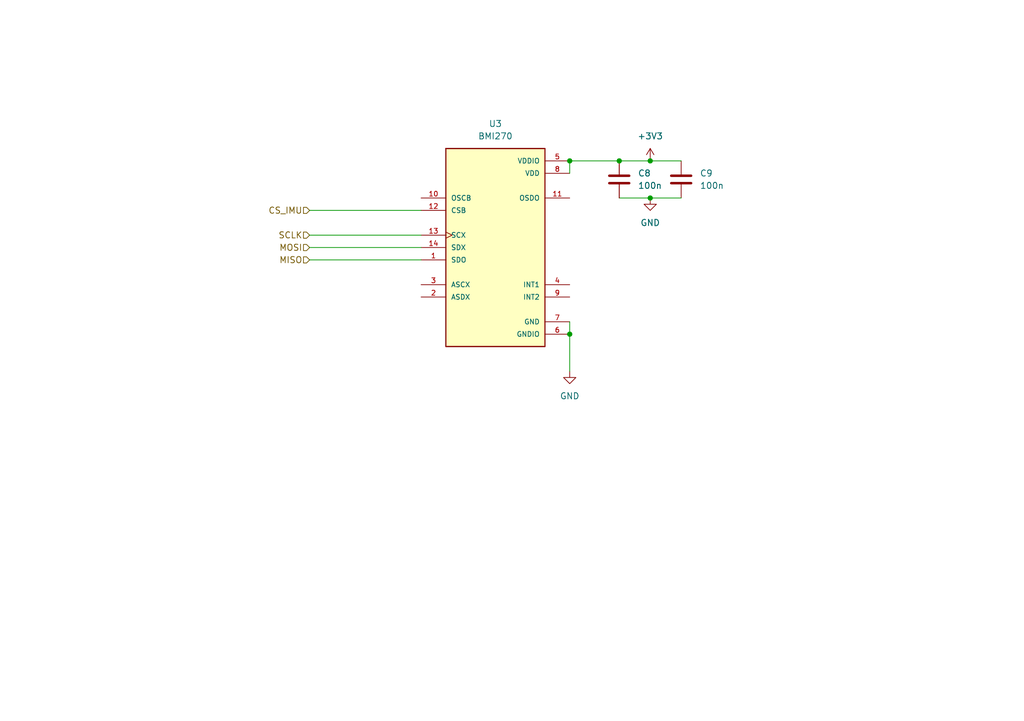
<source format=kicad_sch>
(kicad_sch (version 20211123) (generator eeschema)
  (paper "A5")
  (title_block (title "PAL 9000") (date "3/5/2022") (rev "2") (company "Purdue Space Program High Altitude"))
  (lib_symbols
    (symbol "BMI270:BMI270" (pin_names (offset 1.016))
      (property "Reference" "U" (at -10.16 21.082 0))
      (property "Value" "BMI270" (at -10.16 -22.86 0))
      (symbol "BMI270_0_0"
        (rectangle (start -10.16 -20.32) (end 10.16 20.32) (stroke (width 0.254)) (fill (type background)))
        (pin bidirectional line (at -15.24 -2.54 0) (length 5.08) (name "SDO") (number "1"))
        (pin input line (at -15.24 10.16 0) (length 5.08) (name "OSCB") (number "10"))
        (pin output line (at 15.24 10.16 180) (length 5.08) (name "OSDO") (number "11"))
        (pin input line (at -15.24 7.62 0) (length 5.08) (name "CSB") (number "12"))
        (pin input clock (at -15.24 2.54 0) (length 5.08) (name "SCX") (number "13"))
        (pin bidirectional line (at -15.24 0 0) (length 5.08) (name "SDX") (number "14"))
        (pin bidirectional line (at -15.24 -10.16 0) (length 5.08) (name "ASDX") (number "2"))
        (pin bidirectional line (at -15.24 -7.62 0) (length 5.08) (name "ASCX") (number "3"))
        (pin bidirectional line (at 15.24 -7.62 180) (length 5.08) (name "INT1") (number "4"))
        (pin power_in line (at 15.24 17.78 180) (length 5.08) (name "VDDIO") (number "5"))
        (pin power_in line (at 15.24 -17.78 180) (length 5.08) (name "GNDIO") (number "6"))
        (pin power_in line (at 15.24 -15.24 180) (length 5.08) (name "GND") (number "7"))
        (pin power_in line (at 15.24 15.24 180) (length 5.08) (name "VDD") (number "8"))
        (pin bidirectional line (at 15.24 -10.16 180) (length 5.08) (name "INT2") (number "9"))
      )
    )
    (symbol "Device:C" (pin_numbers hide) (pin_names (offset 0.254))
      (property "Reference" "C" (at 0.635 2.54 0))
      (property "Value" "C" (at 0.635 -2.54 0))
      (symbol "C_0_1"
        (polyline (pts (xy -2.032 -0.762) (xy 2.032 -0.762)) (stroke (width 0.508)))
        (polyline (pts (xy -2.032 0.762) (xy 2.032 0.762)) (stroke (width 0.508)))
      )
      (symbol "C_1_1"
        (pin passive line (at 0 3.81 270) (length 2.794) (name "~") (number "1"))
        (pin passive line (at 0 -3.81 90) (length 2.794) (name "~") (number "2"))
      )
    )
    (symbol "power:+3V3" (power) (pin_names (offset 0))
      (property "Value" "+3V3" (at 0 3.556 0))
      (symbol "+3V3_0_1"
        (polyline (pts (xy -0.762 1.27) (xy 0 2.54)))
        (polyline (pts (xy 0 0) (xy 0 2.54)))
        (polyline (pts (xy 0 2.54) (xy 0.762 1.27)))
      )
      (symbol "+3V3_1_1"
        (pin power_in line (at 0 0 90) (length 0) hide (name "+3V3") (number "1"))
      )
    )
    (symbol "power:GND" (power) (pin_names (offset 0))
      (property "Value" "GND" (at 0 -3.81 0))
      (symbol "GND_0_1"
        (polyline (pts (xy 0 0) (xy 0 -1.27) (xy 1.27 -1.27) (xy 0 -2.54) (xy -1.27 -1.27) (xy 0 -1.27)))
      )
      (symbol "GND_1_1"
        (pin power_in line (at 0 0 270) (length 0) hide (name "GND") (number "1"))
      )
    )
  )
  (junction (at 127 33.02))
  (junction (at 133.35 33.02))
  (junction (at 116.84 68.58))
  (junction (at 133.35 40.64))
  (junction (at 116.84 33.02))
  (wire (pts (xy 116.84 33.02) (xy 116.84 35.56)))
  (wire (pts (xy 116.84 66.04) (xy 116.84 68.58)))
  (wire (pts (xy 63.5 48.26) (xy 86.36 48.26)))
  (wire (pts (xy 63.5 50.8) (xy 86.36 50.8)))
  (wire (pts (xy 133.35 33.02) (xy 139.7 33.02)))
  (wire (pts (xy 63.5 53.34) (xy 86.36 53.34)))
  (wire (pts (xy 116.84 33.02) (xy 127 33.02)))
  (wire (pts (xy 63.5 43.18) (xy 86.36 43.18)))
  (wire (pts (xy 127 40.64) (xy 133.35 40.64)))
  (wire (pts (xy 116.84 68.58) (xy 116.84 76.2)))
  (wire (pts (xy 127 33.02) (xy 133.35 33.02)))
  (wire (pts (xy 133.35 40.64) (xy 139.7 40.64)))
  (hierarchical_label "MOSI" (shape input) (at 63.5 50.8 180))
  (hierarchical_label "MISO" (shape input) (at 63.5 53.34 180))
  (hierarchical_label "SCLK" (shape input) (at 63.5 48.26 180))
  (hierarchical_label "CS_IMU" (shape input) (at 63.5 43.18 180))
  (symbol (lib_id "power:+3V3") (at 133.35 33.02 0) (unit 1)
    (property "Reference" "#PWR017" (effects hide))
    (property "Value" "+3V3" (at 133.35 27.94 0))
  )
  (symbol (lib_id "power:GND") (at 116.84 76.2 0) (unit 1)
    (property "Reference" "#PWR016" (effects hide))
    (property "Value" "GND" (at 116.84 81.28 0))
  )
  (symbol (lib_id "BMI270:BMI270") (at 101.6 50.8 0) (unit 1)
    (property "Reference" "U3" (at 101.6 25.4 0))
    (property "Value" "BMI270" (at 101.6 27.94 0))
    (property "Footprint" "XDCR_BMI270" (effects hide))
    (property "STANDARD" "Manufacturer Recommendations" (effects hide))
    (property "PATREV" "1.0" (effects hide))
    (property "MAXIMUM_PACKAGE_HEIGHT" "0.87mm" (effects hide))
    (property "MANUFACTURER" "Bosch Sensortec" (effects hide))
  )
  (symbol (lib_id "Device:C") (at 127 36.83 0) (unit 1)
    (property "Reference" "C8" (at 130.81 35.5599 0) (effects (justify left)))
    (property "Value" "100n" (at 130.81 38.0999 0) (effects (justify left)))
    (property "Footprint" "Capacitor_SMD:C_0603_1608Metric" (effects hide))
  )
  (symbol (lib_id "Device:C") (at 139.7 36.83 0) (unit 1)
    (property "Reference" "C9" (at 143.51 35.5599 0) (effects (justify left)))
    (property "Value" "100n" (at 143.51 38.0999 0) (effects (justify left)))
    (property "Footprint" "Capacitor_SMD:C_0603_1608Metric" (effects hide))
  )
  (symbol (lib_id "power:GND") (at 133.35 40.64 0) (unit 1)
    (property "Reference" "#PWR018" (effects hide))
    (property "Value" "GND" (at 133.35 45.72 0))
  )
)
</source>
